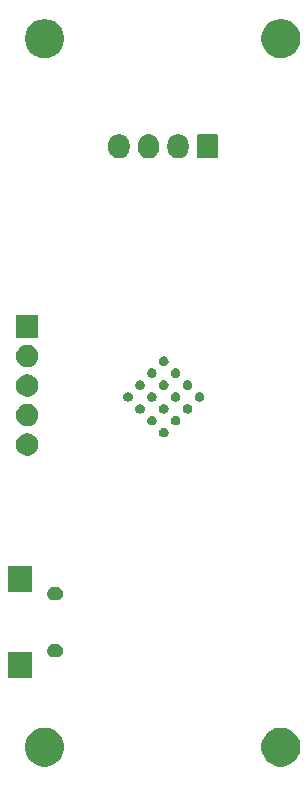
<source format=gbs>
G04 #@! TF.GenerationSoftware,KiCad,Pcbnew,(5.0.2)-1*
G04 #@! TF.CreationDate,2019-10-12T13:33:18+09:00*
G04 #@! TF.ProjectId,High_range_accelerometer,48696768-5f72-4616-9e67-655f61636365,rev?*
G04 #@! TF.SameCoordinates,Original*
G04 #@! TF.FileFunction,Soldermask,Bot*
G04 #@! TF.FilePolarity,Negative*
%FSLAX46Y46*%
G04 Gerber Fmt 4.6, Leading zero omitted, Abs format (unit mm)*
G04 Created by KiCad (PCBNEW (5.0.2)-1) date 2019/10/12 13:33:18*
%MOMM*%
%LPD*%
G01*
G04 APERTURE LIST*
%ADD10C,0.100000*%
G04 APERTURE END LIST*
D10*
G36*
X117225256Y-111741298D02*
X117331579Y-111762447D01*
X117632042Y-111886903D01*
X117898852Y-112065180D01*
X117902454Y-112067587D01*
X118132413Y-112297546D01*
X118313098Y-112567960D01*
X118437553Y-112868422D01*
X118501000Y-113187389D01*
X118501000Y-113512611D01*
X118437553Y-113831578D01*
X118313098Y-114132040D01*
X118132413Y-114402454D01*
X117902454Y-114632413D01*
X117902451Y-114632415D01*
X117632042Y-114813097D01*
X117331579Y-114937553D01*
X117225256Y-114958702D01*
X117012611Y-115001000D01*
X116687389Y-115001000D01*
X116474744Y-114958702D01*
X116368421Y-114937553D01*
X116067958Y-114813097D01*
X115797549Y-114632415D01*
X115797546Y-114632413D01*
X115567587Y-114402454D01*
X115386902Y-114132040D01*
X115262447Y-113831578D01*
X115199000Y-113512611D01*
X115199000Y-113187389D01*
X115262447Y-112868422D01*
X115386902Y-112567960D01*
X115567587Y-112297546D01*
X115797546Y-112067587D01*
X115801148Y-112065180D01*
X116067958Y-111886903D01*
X116368421Y-111762447D01*
X116474744Y-111741298D01*
X116687389Y-111699000D01*
X117012611Y-111699000D01*
X117225256Y-111741298D01*
X117225256Y-111741298D01*
G37*
G36*
X97225256Y-111741298D02*
X97331579Y-111762447D01*
X97632042Y-111886903D01*
X97898852Y-112065180D01*
X97902454Y-112067587D01*
X98132413Y-112297546D01*
X98313098Y-112567960D01*
X98437553Y-112868422D01*
X98501000Y-113187389D01*
X98501000Y-113512611D01*
X98437553Y-113831578D01*
X98313098Y-114132040D01*
X98132413Y-114402454D01*
X97902454Y-114632413D01*
X97902451Y-114632415D01*
X97632042Y-114813097D01*
X97331579Y-114937553D01*
X97225256Y-114958702D01*
X97012611Y-115001000D01*
X96687389Y-115001000D01*
X96474744Y-114958702D01*
X96368421Y-114937553D01*
X96067958Y-114813097D01*
X95797549Y-114632415D01*
X95797546Y-114632413D01*
X95567587Y-114402454D01*
X95386902Y-114132040D01*
X95262447Y-113831578D01*
X95199000Y-113512611D01*
X95199000Y-113187389D01*
X95262447Y-112868422D01*
X95386902Y-112567960D01*
X95567587Y-112297546D01*
X95797546Y-112067587D01*
X95801148Y-112065180D01*
X96067958Y-111886903D01*
X96368421Y-111762447D01*
X96474744Y-111741298D01*
X96687389Y-111699000D01*
X97012611Y-111699000D01*
X97225256Y-111741298D01*
X97225256Y-111741298D01*
G37*
G36*
X95750620Y-107504160D02*
X93748620Y-107504160D01*
X93748620Y-105302160D01*
X95750620Y-105302160D01*
X95750620Y-107504160D01*
X95750620Y-107504160D01*
G37*
G36*
X97962536Y-104610494D02*
X98071112Y-104643431D01*
X98171177Y-104696916D01*
X98258884Y-104768896D01*
X98330864Y-104856603D01*
X98384349Y-104956668D01*
X98417286Y-105065244D01*
X98428407Y-105178160D01*
X98417286Y-105291076D01*
X98384349Y-105399652D01*
X98330864Y-105499717D01*
X98258884Y-105587424D01*
X98171177Y-105659404D01*
X98071112Y-105712889D01*
X97962536Y-105745826D01*
X97877918Y-105754160D01*
X97621322Y-105754160D01*
X97536704Y-105745826D01*
X97428128Y-105712889D01*
X97328063Y-105659404D01*
X97240356Y-105587424D01*
X97168376Y-105499717D01*
X97114891Y-105399652D01*
X97081954Y-105291076D01*
X97070833Y-105178160D01*
X97081954Y-105065244D01*
X97114891Y-104956668D01*
X97168376Y-104856603D01*
X97240356Y-104768896D01*
X97328063Y-104696916D01*
X97428128Y-104643431D01*
X97536704Y-104610494D01*
X97621322Y-104602160D01*
X97877918Y-104602160D01*
X97962536Y-104610494D01*
X97962536Y-104610494D01*
G37*
G36*
X97962536Y-99760494D02*
X98071112Y-99793431D01*
X98171177Y-99846916D01*
X98258884Y-99918896D01*
X98330864Y-100006603D01*
X98384349Y-100106668D01*
X98417286Y-100215244D01*
X98428407Y-100328160D01*
X98417286Y-100441076D01*
X98384349Y-100549652D01*
X98330864Y-100649717D01*
X98258884Y-100737424D01*
X98171177Y-100809404D01*
X98071112Y-100862889D01*
X97962536Y-100895826D01*
X97877918Y-100904160D01*
X97621322Y-100904160D01*
X97536704Y-100895826D01*
X97428128Y-100862889D01*
X97328063Y-100809404D01*
X97240356Y-100737424D01*
X97168376Y-100649717D01*
X97114891Y-100549652D01*
X97081954Y-100441076D01*
X97070833Y-100328160D01*
X97081954Y-100215244D01*
X97114891Y-100106668D01*
X97168376Y-100006603D01*
X97240356Y-99918896D01*
X97328063Y-99846916D01*
X97428128Y-99793431D01*
X97536704Y-99760494D01*
X97621322Y-99752160D01*
X97877918Y-99752160D01*
X97962536Y-99760494D01*
X97962536Y-99760494D01*
G37*
G36*
X95750620Y-100204160D02*
X93748620Y-100204160D01*
X93748620Y-98002160D01*
X95750620Y-98002160D01*
X95750620Y-100204160D01*
X95750620Y-100204160D01*
G37*
G36*
X95659476Y-86809546D02*
X95832546Y-86881234D01*
X95988310Y-86985312D01*
X96120768Y-87117770D01*
X96224846Y-87273534D01*
X96296534Y-87446604D01*
X96333080Y-87630333D01*
X96333080Y-87817667D01*
X96296534Y-88001396D01*
X96224846Y-88174466D01*
X96120768Y-88330230D01*
X95988310Y-88462688D01*
X95832546Y-88566766D01*
X95659476Y-88638454D01*
X95475747Y-88675000D01*
X95288413Y-88675000D01*
X95104684Y-88638454D01*
X94931614Y-88566766D01*
X94775850Y-88462688D01*
X94643392Y-88330230D01*
X94539314Y-88174466D01*
X94467626Y-88001396D01*
X94431080Y-87817667D01*
X94431080Y-87630333D01*
X94467626Y-87446604D01*
X94539314Y-87273534D01*
X94643392Y-87117770D01*
X94775850Y-86985312D01*
X94931614Y-86881234D01*
X95104684Y-86809546D01*
X95288413Y-86773000D01*
X95475747Y-86773000D01*
X95659476Y-86809546D01*
X95659476Y-86809546D01*
G37*
G36*
X107021251Y-86313256D02*
X107060591Y-86321081D01*
X107134705Y-86351780D01*
X107201407Y-86396349D01*
X107258132Y-86453074D01*
X107302701Y-86519776D01*
X107333400Y-86593891D01*
X107349050Y-86672569D01*
X107349050Y-86752793D01*
X107341225Y-86792132D01*
X107333400Y-86831472D01*
X107302701Y-86905586D01*
X107258132Y-86972288D01*
X107201407Y-87029013D01*
X107134705Y-87073582D01*
X107060591Y-87104281D01*
X107021251Y-87112106D01*
X106981912Y-87119931D01*
X106901688Y-87119931D01*
X106862349Y-87112106D01*
X106823009Y-87104281D01*
X106748895Y-87073582D01*
X106682193Y-87029013D01*
X106625468Y-86972288D01*
X106580899Y-86905586D01*
X106550200Y-86831472D01*
X106542375Y-86792132D01*
X106534550Y-86752793D01*
X106534550Y-86672569D01*
X106550200Y-86593891D01*
X106580899Y-86519776D01*
X106625468Y-86453074D01*
X106682193Y-86396349D01*
X106748895Y-86351780D01*
X106823009Y-86321081D01*
X106862349Y-86313256D01*
X106901688Y-86305431D01*
X106981912Y-86305431D01*
X107021251Y-86313256D01*
X107021251Y-86313256D01*
G37*
G36*
X95659476Y-84309546D02*
X95832546Y-84381234D01*
X95988310Y-84485312D01*
X96120768Y-84617770D01*
X96224846Y-84773534D01*
X96296534Y-84946604D01*
X96333080Y-85130333D01*
X96333080Y-85317667D01*
X96296534Y-85501396D01*
X96224846Y-85674466D01*
X96120768Y-85830230D01*
X95988310Y-85962688D01*
X95832546Y-86066766D01*
X95659476Y-86138454D01*
X95475747Y-86175000D01*
X95288413Y-86175000D01*
X95104684Y-86138454D01*
X94931614Y-86066766D01*
X94775850Y-85962688D01*
X94643392Y-85830230D01*
X94539314Y-85674466D01*
X94467626Y-85501396D01*
X94431080Y-85317667D01*
X94431080Y-85130333D01*
X94467626Y-84946604D01*
X94539314Y-84773534D01*
X94643392Y-84617770D01*
X94775850Y-84485312D01*
X94931614Y-84381234D01*
X95104684Y-84309546D01*
X95288413Y-84273000D01*
X95475747Y-84273000D01*
X95659476Y-84309546D01*
X95659476Y-84309546D01*
G37*
G36*
X108028878Y-85305629D02*
X108068218Y-85313454D01*
X108142332Y-85344153D01*
X108209034Y-85388722D01*
X108265759Y-85445447D01*
X108310328Y-85512149D01*
X108341027Y-85586263D01*
X108356677Y-85664943D01*
X108356677Y-85745165D01*
X108341027Y-85823845D01*
X108310328Y-85897959D01*
X108265759Y-85964661D01*
X108209034Y-86021386D01*
X108142332Y-86065955D01*
X108068218Y-86096654D01*
X108028878Y-86104479D01*
X107989539Y-86112304D01*
X107909315Y-86112304D01*
X107869976Y-86104479D01*
X107830636Y-86096654D01*
X107756522Y-86065955D01*
X107689820Y-86021386D01*
X107633095Y-85964661D01*
X107588526Y-85897959D01*
X107557827Y-85823845D01*
X107542177Y-85745165D01*
X107542177Y-85664943D01*
X107557827Y-85586263D01*
X107588526Y-85512149D01*
X107633095Y-85445447D01*
X107689820Y-85388722D01*
X107756522Y-85344153D01*
X107830636Y-85313454D01*
X107869976Y-85305629D01*
X107909315Y-85297804D01*
X107989539Y-85297804D01*
X108028878Y-85305629D01*
X108028878Y-85305629D01*
G37*
G36*
X106013624Y-85305629D02*
X106052964Y-85313454D01*
X106127078Y-85344153D01*
X106193780Y-85388722D01*
X106250505Y-85445447D01*
X106295074Y-85512149D01*
X106325773Y-85586263D01*
X106341423Y-85664943D01*
X106341423Y-85745165D01*
X106325773Y-85823845D01*
X106295074Y-85897959D01*
X106250505Y-85964661D01*
X106193780Y-86021386D01*
X106127078Y-86065955D01*
X106052964Y-86096654D01*
X106013624Y-86104479D01*
X105974285Y-86112304D01*
X105894061Y-86112304D01*
X105854722Y-86104479D01*
X105815382Y-86096654D01*
X105741268Y-86065955D01*
X105674566Y-86021386D01*
X105617841Y-85964661D01*
X105573272Y-85897959D01*
X105542573Y-85823845D01*
X105526923Y-85745165D01*
X105526923Y-85664943D01*
X105542573Y-85586263D01*
X105573272Y-85512149D01*
X105617841Y-85445447D01*
X105674566Y-85388722D01*
X105741268Y-85344153D01*
X105815382Y-85313454D01*
X105854722Y-85305629D01*
X105894061Y-85297804D01*
X105974285Y-85297804D01*
X106013624Y-85305629D01*
X106013624Y-85305629D01*
G37*
G36*
X105005997Y-84298002D02*
X105045337Y-84305827D01*
X105119451Y-84336526D01*
X105186153Y-84381095D01*
X105242878Y-84437820D01*
X105287447Y-84504522D01*
X105318146Y-84578636D01*
X105333796Y-84657316D01*
X105333796Y-84737538D01*
X105318146Y-84816218D01*
X105287447Y-84890332D01*
X105242878Y-84957034D01*
X105186153Y-85013759D01*
X105119451Y-85058328D01*
X105045337Y-85089027D01*
X105005997Y-85096852D01*
X104966658Y-85104677D01*
X104886434Y-85104677D01*
X104847095Y-85096852D01*
X104807755Y-85089027D01*
X104733641Y-85058328D01*
X104666939Y-85013759D01*
X104610214Y-84957034D01*
X104565645Y-84890332D01*
X104534946Y-84816218D01*
X104519296Y-84737538D01*
X104519296Y-84657316D01*
X104534946Y-84578636D01*
X104565645Y-84504522D01*
X104610214Y-84437820D01*
X104666939Y-84381095D01*
X104733641Y-84336526D01*
X104807755Y-84305827D01*
X104847095Y-84298002D01*
X104886434Y-84290177D01*
X104966658Y-84290177D01*
X105005997Y-84298002D01*
X105005997Y-84298002D01*
G37*
G36*
X107021251Y-84298002D02*
X107060591Y-84305827D01*
X107134705Y-84336526D01*
X107201407Y-84381095D01*
X107258132Y-84437820D01*
X107302701Y-84504522D01*
X107333400Y-84578636D01*
X107349050Y-84657316D01*
X107349050Y-84737538D01*
X107333400Y-84816218D01*
X107302701Y-84890332D01*
X107258132Y-84957034D01*
X107201407Y-85013759D01*
X107134705Y-85058328D01*
X107060591Y-85089027D01*
X107021251Y-85096852D01*
X106981912Y-85104677D01*
X106901688Y-85104677D01*
X106862349Y-85096852D01*
X106823009Y-85089027D01*
X106748895Y-85058328D01*
X106682193Y-85013759D01*
X106625468Y-84957034D01*
X106580899Y-84890332D01*
X106550200Y-84816218D01*
X106534550Y-84737538D01*
X106534550Y-84657316D01*
X106550200Y-84578636D01*
X106580899Y-84504522D01*
X106625468Y-84437820D01*
X106682193Y-84381095D01*
X106748895Y-84336526D01*
X106823009Y-84305827D01*
X106862349Y-84298002D01*
X106901688Y-84290177D01*
X106981912Y-84290177D01*
X107021251Y-84298002D01*
X107021251Y-84298002D01*
G37*
G36*
X109036505Y-84298002D02*
X109075845Y-84305827D01*
X109149959Y-84336526D01*
X109216661Y-84381095D01*
X109273386Y-84437820D01*
X109317955Y-84504522D01*
X109348654Y-84578636D01*
X109364304Y-84657316D01*
X109364304Y-84737538D01*
X109348654Y-84816218D01*
X109317955Y-84890332D01*
X109273386Y-84957034D01*
X109216661Y-85013759D01*
X109149959Y-85058328D01*
X109075845Y-85089027D01*
X109036505Y-85096852D01*
X108997166Y-85104677D01*
X108916942Y-85104677D01*
X108877603Y-85096852D01*
X108838263Y-85089027D01*
X108764149Y-85058328D01*
X108697447Y-85013759D01*
X108640722Y-84957034D01*
X108596153Y-84890332D01*
X108565454Y-84816218D01*
X108549804Y-84737538D01*
X108549804Y-84657316D01*
X108565454Y-84578636D01*
X108596153Y-84504522D01*
X108640722Y-84437820D01*
X108697447Y-84381095D01*
X108764149Y-84336526D01*
X108838263Y-84305827D01*
X108877603Y-84298002D01*
X108916942Y-84290177D01*
X108997166Y-84290177D01*
X109036505Y-84298002D01*
X109036505Y-84298002D01*
G37*
G36*
X103998370Y-83290375D02*
X104037710Y-83298200D01*
X104111824Y-83328899D01*
X104178526Y-83373468D01*
X104235251Y-83430193D01*
X104279820Y-83496895D01*
X104310519Y-83571009D01*
X104326169Y-83649689D01*
X104326169Y-83729911D01*
X104310519Y-83808591D01*
X104279820Y-83882705D01*
X104235251Y-83949407D01*
X104178526Y-84006132D01*
X104111824Y-84050701D01*
X104037710Y-84081400D01*
X103998370Y-84089225D01*
X103959031Y-84097050D01*
X103878807Y-84097050D01*
X103839468Y-84089225D01*
X103800128Y-84081400D01*
X103726014Y-84050701D01*
X103659312Y-84006132D01*
X103602587Y-83949407D01*
X103558018Y-83882705D01*
X103527319Y-83808591D01*
X103511669Y-83729911D01*
X103511669Y-83649689D01*
X103527319Y-83571009D01*
X103558018Y-83496895D01*
X103602587Y-83430193D01*
X103659312Y-83373468D01*
X103726014Y-83328899D01*
X103800128Y-83298200D01*
X103839468Y-83290375D01*
X103878807Y-83282550D01*
X103959031Y-83282550D01*
X103998370Y-83290375D01*
X103998370Y-83290375D01*
G37*
G36*
X106013624Y-83290375D02*
X106052964Y-83298200D01*
X106127078Y-83328899D01*
X106193780Y-83373468D01*
X106250505Y-83430193D01*
X106295074Y-83496895D01*
X106325773Y-83571009D01*
X106341423Y-83649689D01*
X106341423Y-83729911D01*
X106325773Y-83808591D01*
X106295074Y-83882705D01*
X106250505Y-83949407D01*
X106193780Y-84006132D01*
X106127078Y-84050701D01*
X106052964Y-84081400D01*
X106013624Y-84089225D01*
X105974285Y-84097050D01*
X105894061Y-84097050D01*
X105854722Y-84089225D01*
X105815382Y-84081400D01*
X105741268Y-84050701D01*
X105674566Y-84006132D01*
X105617841Y-83949407D01*
X105573272Y-83882705D01*
X105542573Y-83808591D01*
X105526923Y-83729911D01*
X105526923Y-83649689D01*
X105542573Y-83571009D01*
X105573272Y-83496895D01*
X105617841Y-83430193D01*
X105674566Y-83373468D01*
X105741268Y-83328899D01*
X105815382Y-83298200D01*
X105854722Y-83290375D01*
X105894061Y-83282550D01*
X105974285Y-83282550D01*
X106013624Y-83290375D01*
X106013624Y-83290375D01*
G37*
G36*
X108028878Y-83290375D02*
X108068218Y-83298200D01*
X108142332Y-83328899D01*
X108209034Y-83373468D01*
X108265759Y-83430193D01*
X108310328Y-83496895D01*
X108341027Y-83571009D01*
X108356677Y-83649689D01*
X108356677Y-83729911D01*
X108341027Y-83808591D01*
X108310328Y-83882705D01*
X108265759Y-83949407D01*
X108209034Y-84006132D01*
X108142332Y-84050701D01*
X108068218Y-84081400D01*
X108028878Y-84089225D01*
X107989539Y-84097050D01*
X107909315Y-84097050D01*
X107869976Y-84089225D01*
X107830636Y-84081400D01*
X107756522Y-84050701D01*
X107689820Y-84006132D01*
X107633095Y-83949407D01*
X107588526Y-83882705D01*
X107557827Y-83808591D01*
X107542177Y-83729911D01*
X107542177Y-83649689D01*
X107557827Y-83571009D01*
X107588526Y-83496895D01*
X107633095Y-83430193D01*
X107689820Y-83373468D01*
X107756522Y-83328899D01*
X107830636Y-83298200D01*
X107869976Y-83290375D01*
X107909315Y-83282550D01*
X107989539Y-83282550D01*
X108028878Y-83290375D01*
X108028878Y-83290375D01*
G37*
G36*
X110044132Y-83290375D02*
X110083472Y-83298200D01*
X110157586Y-83328899D01*
X110224288Y-83373468D01*
X110281013Y-83430193D01*
X110325582Y-83496895D01*
X110356281Y-83571009D01*
X110371931Y-83649689D01*
X110371931Y-83729911D01*
X110356281Y-83808591D01*
X110325582Y-83882705D01*
X110281013Y-83949407D01*
X110224288Y-84006132D01*
X110157586Y-84050701D01*
X110083472Y-84081400D01*
X110044132Y-84089225D01*
X110004793Y-84097050D01*
X109924569Y-84097050D01*
X109885230Y-84089225D01*
X109845890Y-84081400D01*
X109771776Y-84050701D01*
X109705074Y-84006132D01*
X109648349Y-83949407D01*
X109603780Y-83882705D01*
X109573081Y-83808591D01*
X109557431Y-83729911D01*
X109557431Y-83649689D01*
X109573081Y-83571009D01*
X109603780Y-83496895D01*
X109648349Y-83430193D01*
X109705074Y-83373468D01*
X109771776Y-83328899D01*
X109845890Y-83298200D01*
X109885230Y-83290375D01*
X109924569Y-83282550D01*
X110004793Y-83282550D01*
X110044132Y-83290375D01*
X110044132Y-83290375D01*
G37*
G36*
X95659476Y-81809546D02*
X95832546Y-81881234D01*
X95988310Y-81985312D01*
X96120768Y-82117770D01*
X96224846Y-82273534D01*
X96296534Y-82446604D01*
X96333080Y-82630333D01*
X96333080Y-82817667D01*
X96296534Y-83001396D01*
X96224846Y-83174466D01*
X96120768Y-83330230D01*
X95988310Y-83462688D01*
X95832546Y-83566766D01*
X95659476Y-83638454D01*
X95475747Y-83675000D01*
X95288413Y-83675000D01*
X95104684Y-83638454D01*
X94931614Y-83566766D01*
X94775850Y-83462688D01*
X94643392Y-83330230D01*
X94539314Y-83174466D01*
X94467626Y-83001396D01*
X94431080Y-82817667D01*
X94431080Y-82630333D01*
X94467626Y-82446604D01*
X94539314Y-82273534D01*
X94643392Y-82117770D01*
X94775850Y-81985312D01*
X94931614Y-81881234D01*
X95104684Y-81809546D01*
X95288413Y-81773000D01*
X95475747Y-81773000D01*
X95659476Y-81809546D01*
X95659476Y-81809546D01*
G37*
G36*
X109036505Y-82282748D02*
X109075845Y-82290573D01*
X109149959Y-82321272D01*
X109216661Y-82365841D01*
X109273386Y-82422566D01*
X109317955Y-82489268D01*
X109348654Y-82563383D01*
X109361972Y-82630335D01*
X109364304Y-82642062D01*
X109364304Y-82722284D01*
X109348654Y-82800964D01*
X109317955Y-82875078D01*
X109273386Y-82941780D01*
X109216661Y-82998505D01*
X109149959Y-83043074D01*
X109075845Y-83073773D01*
X109036505Y-83081598D01*
X108997166Y-83089423D01*
X108916942Y-83089423D01*
X108877603Y-83081598D01*
X108838263Y-83073773D01*
X108764149Y-83043074D01*
X108697447Y-82998505D01*
X108640722Y-82941780D01*
X108596153Y-82875078D01*
X108565454Y-82800964D01*
X108549804Y-82722284D01*
X108549804Y-82642062D01*
X108552137Y-82630335D01*
X108565454Y-82563383D01*
X108596153Y-82489268D01*
X108640722Y-82422566D01*
X108697447Y-82365841D01*
X108764149Y-82321272D01*
X108838263Y-82290573D01*
X108877603Y-82282748D01*
X108916942Y-82274923D01*
X108997166Y-82274923D01*
X109036505Y-82282748D01*
X109036505Y-82282748D01*
G37*
G36*
X107021251Y-82282748D02*
X107060591Y-82290573D01*
X107134705Y-82321272D01*
X107201407Y-82365841D01*
X107258132Y-82422566D01*
X107302701Y-82489268D01*
X107333400Y-82563383D01*
X107346718Y-82630335D01*
X107349050Y-82642062D01*
X107349050Y-82722284D01*
X107333400Y-82800964D01*
X107302701Y-82875078D01*
X107258132Y-82941780D01*
X107201407Y-82998505D01*
X107134705Y-83043074D01*
X107060591Y-83073773D01*
X107021251Y-83081598D01*
X106981912Y-83089423D01*
X106901688Y-83089423D01*
X106862349Y-83081598D01*
X106823009Y-83073773D01*
X106748895Y-83043074D01*
X106682193Y-82998505D01*
X106625468Y-82941780D01*
X106580899Y-82875078D01*
X106550200Y-82800964D01*
X106534550Y-82722284D01*
X106534550Y-82642062D01*
X106536883Y-82630335D01*
X106550200Y-82563383D01*
X106580899Y-82489268D01*
X106625468Y-82422566D01*
X106682193Y-82365841D01*
X106748895Y-82321272D01*
X106823009Y-82290573D01*
X106862349Y-82282748D01*
X106901688Y-82274923D01*
X106981912Y-82274923D01*
X107021251Y-82282748D01*
X107021251Y-82282748D01*
G37*
G36*
X105005997Y-82282748D02*
X105045337Y-82290573D01*
X105119451Y-82321272D01*
X105186153Y-82365841D01*
X105242878Y-82422566D01*
X105287447Y-82489268D01*
X105318146Y-82563383D01*
X105331464Y-82630335D01*
X105333796Y-82642062D01*
X105333796Y-82722284D01*
X105318146Y-82800964D01*
X105287447Y-82875078D01*
X105242878Y-82941780D01*
X105186153Y-82998505D01*
X105119451Y-83043074D01*
X105045337Y-83073773D01*
X105005997Y-83081598D01*
X104966658Y-83089423D01*
X104886434Y-83089423D01*
X104847095Y-83081598D01*
X104807755Y-83073773D01*
X104733641Y-83043074D01*
X104666939Y-82998505D01*
X104610214Y-82941780D01*
X104565645Y-82875078D01*
X104534946Y-82800964D01*
X104519296Y-82722284D01*
X104519296Y-82642062D01*
X104521629Y-82630335D01*
X104534946Y-82563383D01*
X104565645Y-82489268D01*
X104610214Y-82422566D01*
X104666939Y-82365841D01*
X104733641Y-82321272D01*
X104807755Y-82290573D01*
X104847095Y-82282748D01*
X104886434Y-82274923D01*
X104966658Y-82274923D01*
X105005997Y-82282748D01*
X105005997Y-82282748D01*
G37*
G36*
X108028878Y-81275121D02*
X108068218Y-81282946D01*
X108142332Y-81313645D01*
X108209034Y-81358214D01*
X108265759Y-81414939D01*
X108310328Y-81481641D01*
X108341027Y-81555755D01*
X108356677Y-81634435D01*
X108356677Y-81714657D01*
X108341027Y-81793337D01*
X108310328Y-81867451D01*
X108265759Y-81934153D01*
X108209034Y-81990878D01*
X108142332Y-82035447D01*
X108068218Y-82066146D01*
X108028878Y-82073971D01*
X107989539Y-82081796D01*
X107909315Y-82081796D01*
X107869976Y-82073971D01*
X107830636Y-82066146D01*
X107756522Y-82035447D01*
X107689820Y-81990878D01*
X107633095Y-81934153D01*
X107588526Y-81867451D01*
X107557827Y-81793337D01*
X107542177Y-81714657D01*
X107542177Y-81634435D01*
X107557827Y-81555755D01*
X107588526Y-81481641D01*
X107633095Y-81414939D01*
X107689820Y-81358214D01*
X107756522Y-81313645D01*
X107830636Y-81282946D01*
X107869976Y-81275121D01*
X107909315Y-81267296D01*
X107989539Y-81267296D01*
X108028878Y-81275121D01*
X108028878Y-81275121D01*
G37*
G36*
X106013624Y-81275121D02*
X106052964Y-81282946D01*
X106127078Y-81313645D01*
X106193780Y-81358214D01*
X106250505Y-81414939D01*
X106295074Y-81481641D01*
X106325773Y-81555755D01*
X106341423Y-81634435D01*
X106341423Y-81714657D01*
X106325773Y-81793337D01*
X106295074Y-81867451D01*
X106250505Y-81934153D01*
X106193780Y-81990878D01*
X106127078Y-82035447D01*
X106052964Y-82066146D01*
X106013624Y-82073971D01*
X105974285Y-82081796D01*
X105894061Y-82081796D01*
X105854722Y-82073971D01*
X105815382Y-82066146D01*
X105741268Y-82035447D01*
X105674566Y-81990878D01*
X105617841Y-81934153D01*
X105573272Y-81867451D01*
X105542573Y-81793337D01*
X105526923Y-81714657D01*
X105526923Y-81634435D01*
X105542573Y-81555755D01*
X105573272Y-81481641D01*
X105617841Y-81414939D01*
X105674566Y-81358214D01*
X105741268Y-81313645D01*
X105815382Y-81282946D01*
X105854722Y-81275121D01*
X105894061Y-81267296D01*
X105974285Y-81267296D01*
X106013624Y-81275121D01*
X106013624Y-81275121D01*
G37*
G36*
X95659476Y-79309546D02*
X95832546Y-79381234D01*
X95988310Y-79485312D01*
X96120768Y-79617770D01*
X96224846Y-79773534D01*
X96296534Y-79946604D01*
X96333080Y-80130333D01*
X96333080Y-80317667D01*
X96296534Y-80501396D01*
X96224846Y-80674466D01*
X96120768Y-80830230D01*
X95988310Y-80962688D01*
X95832546Y-81066766D01*
X95659476Y-81138454D01*
X95475747Y-81175000D01*
X95288413Y-81175000D01*
X95104684Y-81138454D01*
X94931614Y-81066766D01*
X94775850Y-80962688D01*
X94643392Y-80830230D01*
X94539314Y-80674466D01*
X94467626Y-80501396D01*
X94431080Y-80317667D01*
X94431080Y-80130333D01*
X94467626Y-79946604D01*
X94539314Y-79773534D01*
X94643392Y-79617770D01*
X94775850Y-79485312D01*
X94931614Y-79381234D01*
X95104684Y-79309546D01*
X95288413Y-79273000D01*
X95475747Y-79273000D01*
X95659476Y-79309546D01*
X95659476Y-79309546D01*
G37*
G36*
X107021251Y-80267494D02*
X107060591Y-80275319D01*
X107134705Y-80306018D01*
X107201407Y-80350587D01*
X107258132Y-80407312D01*
X107302701Y-80474014D01*
X107333400Y-80548128D01*
X107349050Y-80626808D01*
X107349050Y-80707030D01*
X107333400Y-80785710D01*
X107302701Y-80859824D01*
X107258132Y-80926526D01*
X107201407Y-80983251D01*
X107134705Y-81027820D01*
X107060591Y-81058519D01*
X107021251Y-81066344D01*
X106981912Y-81074169D01*
X106901688Y-81074169D01*
X106862349Y-81066344D01*
X106823009Y-81058519D01*
X106748895Y-81027820D01*
X106682193Y-80983251D01*
X106625468Y-80926526D01*
X106580899Y-80859824D01*
X106550200Y-80785710D01*
X106534550Y-80707030D01*
X106534550Y-80626808D01*
X106550200Y-80548128D01*
X106580899Y-80474014D01*
X106625468Y-80407312D01*
X106682193Y-80350587D01*
X106748895Y-80306018D01*
X106823009Y-80275319D01*
X106862349Y-80267494D01*
X106901688Y-80259669D01*
X106981912Y-80259669D01*
X107021251Y-80267494D01*
X107021251Y-80267494D01*
G37*
G36*
X96333080Y-78675000D02*
X94431080Y-78675000D01*
X94431080Y-76773000D01*
X96333080Y-76773000D01*
X96333080Y-78675000D01*
X96333080Y-78675000D01*
G37*
G36*
X105824747Y-61457197D02*
X105937973Y-61491544D01*
X105994587Y-61508717D01*
X106133207Y-61582812D01*
X106151111Y-61592382D01*
X106186849Y-61621712D01*
X106288306Y-61704974D01*
X106371568Y-61806431D01*
X106400898Y-61842169D01*
X106484563Y-61998694D01*
X106536083Y-62168534D01*
X106549120Y-62300903D01*
X106549120Y-62639418D01*
X106536083Y-62771787D01*
X106501736Y-62885013D01*
X106484563Y-62941627D01*
X106410468Y-63080247D01*
X106400898Y-63098151D01*
X106371568Y-63133889D01*
X106288306Y-63235346D01*
X106151109Y-63347939D01*
X105994586Y-63431603D01*
X105953853Y-63443959D01*
X105824746Y-63483123D01*
X105648120Y-63500519D01*
X105471493Y-63483123D01*
X105342386Y-63443959D01*
X105301653Y-63431603D01*
X105145131Y-63347939D01*
X105145129Y-63347938D01*
X105102869Y-63313256D01*
X105007934Y-63235346D01*
X104895341Y-63098149D01*
X104811677Y-62941626D01*
X104794504Y-62885012D01*
X104760157Y-62771786D01*
X104747120Y-62639417D01*
X104747120Y-62300902D01*
X104760157Y-62168533D01*
X104811677Y-61998694D01*
X104811677Y-61998693D01*
X104895342Y-61842168D01*
X105007932Y-61704977D01*
X105102870Y-61627064D01*
X105145130Y-61592382D01*
X105163034Y-61582812D01*
X105301654Y-61508717D01*
X105358268Y-61491544D01*
X105471494Y-61457197D01*
X105648120Y-61439801D01*
X105824747Y-61457197D01*
X105824747Y-61457197D01*
G37*
G36*
X108324747Y-61457197D02*
X108437973Y-61491544D01*
X108494587Y-61508717D01*
X108633207Y-61582812D01*
X108651111Y-61592382D01*
X108686849Y-61621712D01*
X108788306Y-61704974D01*
X108871568Y-61806431D01*
X108900898Y-61842169D01*
X108984563Y-61998694D01*
X109036083Y-62168534D01*
X109049120Y-62300903D01*
X109049120Y-62639418D01*
X109036083Y-62771787D01*
X109001736Y-62885013D01*
X108984563Y-62941627D01*
X108910468Y-63080247D01*
X108900898Y-63098151D01*
X108871568Y-63133889D01*
X108788306Y-63235346D01*
X108651109Y-63347939D01*
X108494586Y-63431603D01*
X108453853Y-63443959D01*
X108324746Y-63483123D01*
X108148120Y-63500519D01*
X107971493Y-63483123D01*
X107842386Y-63443959D01*
X107801653Y-63431603D01*
X107645131Y-63347939D01*
X107645129Y-63347938D01*
X107602869Y-63313256D01*
X107507934Y-63235346D01*
X107395341Y-63098149D01*
X107311677Y-62941626D01*
X107294504Y-62885012D01*
X107260157Y-62771786D01*
X107247120Y-62639417D01*
X107247120Y-62300902D01*
X107260157Y-62168533D01*
X107311677Y-61998694D01*
X107311677Y-61998693D01*
X107395342Y-61842168D01*
X107507932Y-61704977D01*
X107602870Y-61627064D01*
X107645130Y-61592382D01*
X107663034Y-61582812D01*
X107801654Y-61508717D01*
X107858268Y-61491544D01*
X107971494Y-61457197D01*
X108148120Y-61439801D01*
X108324747Y-61457197D01*
X108324747Y-61457197D01*
G37*
G36*
X103324747Y-61457197D02*
X103437973Y-61491544D01*
X103494587Y-61508717D01*
X103633207Y-61582812D01*
X103651111Y-61592382D01*
X103686849Y-61621712D01*
X103788306Y-61704974D01*
X103871568Y-61806431D01*
X103900898Y-61842169D01*
X103984563Y-61998694D01*
X104036083Y-62168534D01*
X104049120Y-62300903D01*
X104049120Y-62639418D01*
X104036083Y-62771787D01*
X104001736Y-62885013D01*
X103984563Y-62941627D01*
X103910468Y-63080247D01*
X103900898Y-63098151D01*
X103871568Y-63133889D01*
X103788306Y-63235346D01*
X103651109Y-63347939D01*
X103494586Y-63431603D01*
X103453853Y-63443959D01*
X103324746Y-63483123D01*
X103148120Y-63500519D01*
X102971493Y-63483123D01*
X102842386Y-63443959D01*
X102801653Y-63431603D01*
X102645131Y-63347939D01*
X102645129Y-63347938D01*
X102602869Y-63313256D01*
X102507934Y-63235346D01*
X102395341Y-63098149D01*
X102311677Y-62941626D01*
X102294504Y-62885012D01*
X102260157Y-62771786D01*
X102247120Y-62639417D01*
X102247120Y-62300902D01*
X102260157Y-62168533D01*
X102311677Y-61998694D01*
X102311677Y-61998693D01*
X102395342Y-61842168D01*
X102507932Y-61704977D01*
X102602870Y-61627064D01*
X102645130Y-61592382D01*
X102663034Y-61582812D01*
X102801654Y-61508717D01*
X102858268Y-61491544D01*
X102971494Y-61457197D01*
X103148120Y-61439801D01*
X103324747Y-61457197D01*
X103324747Y-61457197D01*
G37*
G36*
X111406720Y-61448149D02*
X111439769Y-61458174D01*
X111470226Y-61474454D01*
X111496919Y-61496361D01*
X111518826Y-61523054D01*
X111535106Y-61553511D01*
X111545131Y-61586560D01*
X111549120Y-61627064D01*
X111549120Y-63313256D01*
X111545131Y-63353760D01*
X111535106Y-63386809D01*
X111518826Y-63417266D01*
X111496919Y-63443959D01*
X111470226Y-63465866D01*
X111439769Y-63482146D01*
X111406720Y-63492171D01*
X111366216Y-63496160D01*
X109930024Y-63496160D01*
X109889520Y-63492171D01*
X109856471Y-63482146D01*
X109826014Y-63465866D01*
X109799321Y-63443959D01*
X109777414Y-63417266D01*
X109761134Y-63386809D01*
X109751109Y-63353760D01*
X109747120Y-63313256D01*
X109747120Y-61627064D01*
X109751109Y-61586560D01*
X109761134Y-61553511D01*
X109777414Y-61523054D01*
X109799321Y-61496361D01*
X109826014Y-61474454D01*
X109856471Y-61458174D01*
X109889520Y-61448149D01*
X109930024Y-61444160D01*
X111366216Y-61444160D01*
X111406720Y-61448149D01*
X111406720Y-61448149D01*
G37*
G36*
X97225256Y-51741298D02*
X97331579Y-51762447D01*
X97632042Y-51886903D01*
X97898852Y-52065180D01*
X97902454Y-52067587D01*
X98132413Y-52297546D01*
X98313098Y-52567960D01*
X98437553Y-52868422D01*
X98501000Y-53187389D01*
X98501000Y-53512611D01*
X98437553Y-53831578D01*
X98313098Y-54132040D01*
X98132413Y-54402454D01*
X97902454Y-54632413D01*
X97902451Y-54632415D01*
X97632042Y-54813097D01*
X97331579Y-54937553D01*
X97225256Y-54958702D01*
X97012611Y-55001000D01*
X96687389Y-55001000D01*
X96474744Y-54958702D01*
X96368421Y-54937553D01*
X96067958Y-54813097D01*
X95797549Y-54632415D01*
X95797546Y-54632413D01*
X95567587Y-54402454D01*
X95386902Y-54132040D01*
X95262447Y-53831578D01*
X95199000Y-53512611D01*
X95199000Y-53187389D01*
X95262447Y-52868422D01*
X95386902Y-52567960D01*
X95567587Y-52297546D01*
X95797546Y-52067587D01*
X95801148Y-52065180D01*
X96067958Y-51886903D01*
X96368421Y-51762447D01*
X96474744Y-51741298D01*
X96687389Y-51699000D01*
X97012611Y-51699000D01*
X97225256Y-51741298D01*
X97225256Y-51741298D01*
G37*
G36*
X117225256Y-51741298D02*
X117331579Y-51762447D01*
X117632042Y-51886903D01*
X117898852Y-52065180D01*
X117902454Y-52067587D01*
X118132413Y-52297546D01*
X118313098Y-52567960D01*
X118437553Y-52868422D01*
X118501000Y-53187389D01*
X118501000Y-53512611D01*
X118437553Y-53831578D01*
X118313098Y-54132040D01*
X118132413Y-54402454D01*
X117902454Y-54632413D01*
X117902451Y-54632415D01*
X117632042Y-54813097D01*
X117331579Y-54937553D01*
X117225256Y-54958702D01*
X117012611Y-55001000D01*
X116687389Y-55001000D01*
X116474744Y-54958702D01*
X116368421Y-54937553D01*
X116067958Y-54813097D01*
X115797549Y-54632415D01*
X115797546Y-54632413D01*
X115567587Y-54402454D01*
X115386902Y-54132040D01*
X115262447Y-53831578D01*
X115199000Y-53512611D01*
X115199000Y-53187389D01*
X115262447Y-52868422D01*
X115386902Y-52567960D01*
X115567587Y-52297546D01*
X115797546Y-52067587D01*
X115801148Y-52065180D01*
X116067958Y-51886903D01*
X116368421Y-51762447D01*
X116474744Y-51741298D01*
X116687389Y-51699000D01*
X117012611Y-51699000D01*
X117225256Y-51741298D01*
X117225256Y-51741298D01*
G37*
M02*

</source>
